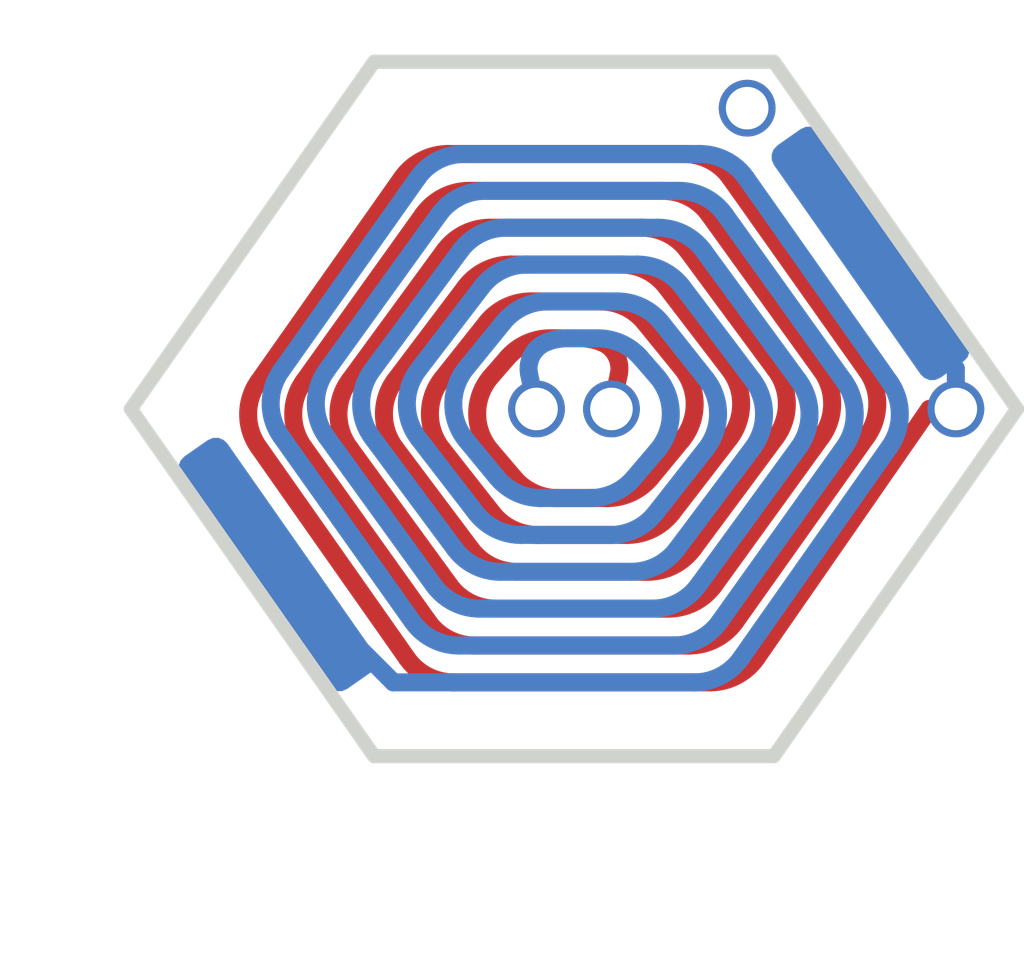
<source format=kicad_pcb>
(kicad_pcb (version 20221018) (generator pcbnew)
  (layers (0 "F.Cu" signal) (1 "In1.Cu" signal) (2 "In2.Cu" signal) (31 "B.Cu" signal) (34 "B.Paste" user) (35 "F.Paste" user) (36 "B.SilkS" user "B.Silkscreen") (37 "F.SilkS" user "F.Silkscreen") (38 "B.Mask" user) (39 "F.Mask" user) (44 "Edge.Cuts" user))
  (net 0 "")
  (net 1 "Net-(J1-Pin_1)")
  (footprint "Touchstone:PEST_Tile" (layer "F.Cu") (at 0 0 -55)
    (fp_text reference "REF**" hide)
    (fp_text value "PEST_Tile")
    (pad "1" smd roundrect (at 0.3 -2.34 305) (size 2 0.4) (layers "B.Cu" "B.Paste" "B.Mask") (net 1 "Net-(J1-Pin_1)"))
    (pad "2" smd roundrect (at -0.3 2.34 305) (size 2 0.4) (layers "B.Cu" "B.Paste" "B.Mask") (net 1 "Net-(J1-Pin_1)"))
  )
  (gr_line (start 1.408179 2.447) (end -1.408179 2.447) (stroke (width 0.1)) (layer "Edge.Cuts"))
  (gr_line (start -1.408179 2.447) (end -3.121587 0) (stroke (width 0.1)) (layer "Edge.Cuts"))
  (gr_line (start -3.121587 0) (end -1.408179 -2.447) (stroke (width 0.1)) (layer "Edge.Cuts"))
  (gr_line (start 1.408179 -2.447) (end 3.121587 0) (stroke (width 0.1)) (layer "Edge.Cuts"))
  (gr_line (start 3.121587 0) (end 1.408179 2.447) (stroke (width 0.1)) (layer "Edge.Cuts"))
  (gr_line (start -1.408179 -2.447) (end 1.408179 -2.447) (stroke (width 0.1)) (layer "Edge.Cuts"))
  (segment (start 0.186928 -0.757772) (end -0.303593 -0.757772) (width 0.127) (layer "F.Cu") (net 1))
  (segment (start -0.259007 0.887676) (end 0.374247 0.887676) (width 0.127) (layer "F.Cu") (net 1))
  (segment (start -0.765201 -0.858511) (end -1.258099 -0.205286) (width 0.127) (layer "F.Cu") (net 1))
  (segment (start -0.115904 0.627868) (end 0.234467 0.627868) (width 0.127) (layer "F.Cu") (net 1))
  (segment (start 0.774858 -1.797003) (end -0.885394 -1.797003) (width 0.127) (layer "F.Cu") (net 1))
  (segment (start 0.69099 0.731958) (end 1.094195 0.209152) (width 0.127) (layer "F.Cu") (net 1))
  (segment (start 0.988534 1.241539) (end 1.742858 0.197439) (width 0.127) (layer "F.Cu") (net 1))
  (segment (start -0.469734 -0.360383) (end -0.583691 -0.229287) (width 0.127) (layer "F.Cu") (net 1))
  (segment (start 0.760556 -0.286089) (end 0.497376 -0.610007) (width 0.127) (layer "F.Cu") (net 1))
  (segment (start 0.478584 -1.277387) (end -0.591088 -1.277387) (width 0.127) (layer "F.Cu") (net 1))
  (segment (start 0.046604 -0.497965) (end -0.167846 -0.497965) (width 0.127) (layer "F.Cu") (net 1))
  (segment (start -0.700581 1.667099) (end 0.811505 1.667099) (width 0.127) (layer "F.Cu") (net 1))
  (segment (start 0.331772 -1.01758) (end -0.445901 -1.01758) (width 0.127) (layer "F.Cu") (net 1))
  (segment (start -0.929419 0.281561) (end -0.573613 0.734704) (width 0.127) (layer "F.Cu") (net 1))
  (segment (start -0.61696 -0.60637) (end -0.92818 -0.214065) (width 0.127) (layer "F.Cu") (net 1))
  (segment (start 1.743247 -0.270516) (end 0.951045 -1.370902) (width 0.127) (layer "F.Cu") (net 1))
  (segment (start -0.849229 1.926907) (end 0.958062 1.926907) (width 0.127) (layer "F.Cu") (net 1))
  (segment (start 2.503 0) (end 2.69 0) (width 0.127) (layer "F.Cu") (net 1))
  (segment (start 0.626421 -1.537195) (end -0.737792 -1.537195) (width 0.127) (layer "F.Cu") (net 1))
  (segment (start 1.095122 -0.278206) (end 0.649442 -0.860655) (width 0.127) (layer "F.Cu") (net 1))
  (segment (start 0.315386 -0.24269) (end 0.264 0) (width 0.127) (layer "F.Cu") (net 1))
  (segment (start 1.421164 -0.273568) (end 0.80046 -1.114865) (width 0.127) (layer "F.Cu") (net 1))
  (segment (start -1.582555 0.271899) (end -0.875789 1.242716) (width 0.127) (layer "F.Cu") (net 1))
  (segment (start -2.222617 0.267497) (end -1.176556 1.756813) (width 0.127) (layer "F.Cu") (net 1))
  (segment (start -0.552408 1.407291) (end 0.664299 1.407291) (width 0.127) (layer "F.Cu") (net 1))
  (segment (start -1.258819 0.27562) (end -0.725029 0.987458) (width 0.127) (layer "F.Cu") (net 1))
  (segment (start 1.137783 1.498492) (end 2.062894 0.194033) (width 0.127) (layer "F.Cu") (net 1))
  (segment (start -1.212477 -1.627256) (end -2.222373 -0.192663) (width 0.127) (layer "F.Cu") (net 1))
  (segment (start 0.839548 0.985738) (end 1.420589 0.202164) (width 0.127) (layer "F.Cu") (net 1))
  (segment (start -1.063132 -1.369905) (end -1.903085 -0.195608) (width 0.127) (layer "F.Cu") (net 1))
  (segment (start -0.914 -1.113455) (end -1.582086 -0.199593) (width 0.127) (layer "F.Cu") (net 1))
  (segment (start 0.543177 0.482226) (end 0.758819 0.220504) (width 0.127) (layer "F.Cu") (net 1))
  (segment (start 1.286821 1.754761) (end 2.503 0) (width 0.127) (layer "F.Cu") (net 1))
  (segment (start -0.40501 1.147484) (end 0.518246 1.147484) (width 0.127) (layer "F.Cu") (net 1))
  (segment (start 2.063175 -0.268356) (end 1.101418 -1.627998) (width 0.127) (layer "F.Cu") (net 1))
  (segment (start -1.903414 0.269351) (end -1.026251 1.499348) (width 0.127) (layer "F.Cu") (net 1))
  (segment (start -0.586291 0.292529) (end -0.420392 0.487266) (width 0.127) (layer "F.Cu") (net 1))
  (via (at -0.264 0) (size 0.4) (drill 0.3) (layers "F.Cu" "B.Cu") (net 1))
  (via (at 2.69 0) (size 0.4) (drill 0.3) (layers "F.Cu" "B.Cu") (net 1))
  (via (at 1.22 -2.12) (size 0.4) (drill 0.3) (layers "F.Cu" "B.Cu") (net 1))
  (via (at 0.264 0) (size 0.4) (drill 0.3) (layers "F.Cu" "B.Cu") (net 1))
  (arc (start 0.543177 0.482226) (mid 0.405138 0.589632) (end 0.234467 0.627868) (width 0.127) (layer "F.Cu") (net 1))
  (arc (start -2.222617 0.267497) (mid -2.295291 0.03738) (end -2.222373 -0.192663) (width 0.127) (layer "F.Cu") (net 1))
  (arc (start -1.212477 -1.627256) (mid -1.069646 -1.75203) (end -0.885394 -1.797003) (width 0.127) (layer "F.Cu") (net 1))
  (arc (start -0.914 -1.113455) (mid -0.772158 -1.234052) (end -0.591088 -1.277387) (width 0.127) (layer "F.Cu") (net 1))
  (arc (start -0.61696 -0.60637) (mid -0.477606 -0.717938) (end -0.303593 -0.757772) (width 0.127) (layer "F.Cu") (net 1))
  (arc (start -0.115904 0.627868) (mid -0.283597 0.591023) (end -0.420392 0.487266) (width 0.127) (layer "F.Cu") (net 1))
  (arc (start 0.988534 1.241539) (mid 0.846374 1.363458) (end 0.664299 1.407291) (width 0.127) (layer "F.Cu") (net 1))
  (arc (start 0.626421 -1.537195) (mid 0.808778 -1.493188) (end 0.951045 -1.370902) (width 0.127) (layer "F.Cu") (net 1))
  (arc (start 0.331772 -1.01758) (mid 0.508931 -0.976212) (end 0.649442 -0.860655) (width 0.127) (layer "F.Cu") (net 1))
  (arc (start 0.192844 -0.470273) (mid 0.295806 -0.378932) (end 0.315386 -0.24269) (width 0.127) (layer "F.Cu") (net 1))
  (arc (start 1.286821 1.754761) (mid 1.14361 1.881256) (end 0.958062 1.926907) (width 0.127) (layer "F.Cu") (net 1))
  (arc (start 1.137783 1.498492) (mid 0.99514 1.622463) (end 0.811505 1.667099) (width 0.127) (layer "F.Cu") (net 1))
  (arc (start -0.40501 1.147484) (mid -0.583911 1.105249) (end -0.725029 0.987458) (width 0.127) (layer "F.Cu") (net 1))
  (arc (start -0.586291 0.292529) (mid -0.681824 0.03113) (end -0.583691 -0.229287) (width 0.127) (layer "F.Cu") (net 1))
  (arc (start 2.063175 -0.268356) (mid 2.136585 -0.037125) (end 2.062894 0.194033) (width 0.127) (layer "F.Cu") (net 1))
  (arc (start 0.839548 0.985738) (mid 0.698103 1.104757) (end 0.518246 1.147484) (width 0.127) (layer "F.Cu") (net 1))
  (arc (start -1.258819 0.27562) (mid -1.338832 0.035037) (end -1.258099 -0.205286) (width 0.127) (layer "F.Cu") (net 1))
  (arc (start 1.095122 -0.278206) (mid 1.177474 -0.034364) (end 1.094195 0.209152) (width 0.127) (layer "F.Cu") (net 1))
  (arc (start 0.186928 -0.757772) (mid 0.358824 -0.718928) (end 0.497376 -0.610007) (width 0.127) (layer "F.Cu") (net 1))
  (arc (start 0.046604 -0.497965) (mid 0.121023 -0.490978) (end 0.192844 -0.470273) (width 0.127) (layer "F.Cu") (net 1))
  (arc (start -0.552408 1.407291) (mid -0.733835 1.363784) (end -0.875789 1.242716) (width 0.127) (layer "F.Cu") (net 1))
  (arc (start -0.929419 0.281561) (mid -1.014835 0.033525) (end -0.92818 -0.214065) (width 0.127) (layer "F.Cu") (net 1))
  (arc (start -1.582555 0.271899) (mid -1.659169 0.036081) (end -1.582086 -0.199593) (width 0.127) (layer "F.Cu") (net 1))
  (arc (start 1.743247 -0.270516) (mid 1.818618 -0.036475) (end 1.742858 0.197439) (width 0.127) (layer "F.Cu") (net 1))
  (arc (start 0.760556 -0.286089) (mid 0.85007 -0.032494) (end 0.758819 0.220504) (width 0.127) (layer "F.Cu") (net 1))
  (arc (start 0.69099 0.731958) (mid 0.550722 0.846635) (end 0.374247 0.887676) (width 0.127) (layer "F.Cu") (net 1))
  (arc (start -0.849229 1.926907) (mid -1.033668 1.881842) (end -1.176556 1.756813) (width 0.127) (layer "F.Cu") (net 1))
  (arc (start -1.903414 0.269351) (mid -1.977742 0.036818) (end -1.903085 -0.195608) (width 0.127) (layer "F.Cu") (net 1))
  (arc (start 1.421164 -0.273568) (mid 1.499279 -0.03561) (end 1.420589 0.202164) (width 0.127) (layer "F.Cu") (net 1))
  (arc (start -0.259007 0.887676) (mid -0.43392 0.847408) (end -0.573613 0.734704) (width 0.127) (layer "F.Cu") (net 1))
  (arc (start -0.469734 -0.360383) (mid -0.333731 -0.461967) (end -0.167846 -0.497965) (width 0.127) (layer "F.Cu") (net 1))
  (arc (start -0.700581 1.667099) (mid -0.883759 1.62271) (end -1.026251 1.499348) (width 0.127) (layer "F.Cu") (net 1))
  (arc (start -0.765201 -0.858511) (mid -0.624266 -0.975612) (end -0.445901 -1.01758) (width 0.127) (layer "F.Cu") (net 1))
  (arc (start -1.063132 -1.369905) (mid -0.920706 -1.492916) (end -0.737792 -1.537195) (width 0.127) (layer "F.Cu") (net 1))
  (arc (start 0.478584 -1.277387) (mid 0.658872 -1.234451) (end 0.80046 -1.114865) (width 0.127) (layer "F.Cu") (net 1))
  (arc (start 0.774858 -1.797003) (mid 0.958716 -1.752257) (end 1.101418 -1.627998) (width 0.127) (layer "F.Cu") (net 1))
  (segment (start 1.903414 0.269351) (end 1.026251 1.499348) (width 0.127) (layer "B.Cu") (net 1))
  (segment (start -2.063175 -0.268356) (end -1.101418 -1.627998) (width 0.127) (layer "B.Cu") (net 1))
  (segment (start 1.212477 -1.627256) (end 2.222373 -0.192663) (width 0.127) (layer "B.Cu") (net 1))
  (segment (start 2.69 -0.284244) (end 2.164493 -1.034746) (width 0.127) (layer "B.Cu") (net 1))
  (segment (start 0.115904 0.627868) (end -0.234467 0.627868) (width 0.127) (layer "B.Cu") (net 1))
  (segment (start 1.063132 -1.369905) (end 1.903085 -0.195608) (width 0.127) (layer "B.Cu") (net 1))
  (segment (start -0.774858 -1.797003) (end 0.885394 -1.797003) (width 0.127) (layer "B.Cu") (net 1))
  (segment (start -0.839548 0.985738) (end -1.420589 0.202164) (width 0.127) (layer "B.Cu") (net 1))
  (segment (start 2.69 0) (end 2.69 -0.284244) (width 0.127) (layer "B.Cu") (net 1))
  (segment (start -0.478584 -1.277388) (end 0.591088 -1.277388) (width 0.127) (layer "B.Cu") (net 1))
  (segment (start 1.582555 0.271899) (end 0.875789 1.242716) (width 0.127) (layer "B.Cu") (net 1))
  (segment (start -1.743247 -0.270516) (end -0.951045 -1.370902) (width 0.127) (layer "B.Cu") (net 1))
  (segment (start 0.914 -1.113455) (end 1.582086 -0.199593) (width 0.127) (layer "B.Cu") (net 1))
  (segment (start -1.137783 1.498492) (end -2.062894 0.194033) (width 0.127) (layer "B.Cu") (net 1))
  (segment (start -1.095122 -0.278206) (end -0.649442 -0.860655) (width 0.127) (layer "B.Cu") (net 1))
  (segment (start -1.273094 1.926145) (end -2.09708 1.102159) (width 0.127) (layer "B.Cu") (net 1))
  (segment (start 2.164493 -1.034746) (end 2.09708 -1.102159) (width 0.127) (layer "B.Cu") (net 1))
  (segment (start -0.988534 1.241539) (end -1.742858 0.197439) (width 0.127) (layer "B.Cu") (net 1))
  (segment (start 0.929419 0.281561) (end 0.573613 0.734704) (width 0.127) (layer "B.Cu") (net 1))
  (segment (start -0.626421 -1.537195) (end 0.737792 -1.537195) (width 0.127) (layer "B.Cu") (net 1))
  (segment (start 0.259007 0.887676) (end -0.374247 0.887676) (width 0.127) (layer "B.Cu") (net 1))
  (segment (start -0.264 0) (end -0.315386 -0.24269) (width 0.127) (layer "B.Cu") (net 1))
  (segment (start -0.760556 -0.286089) (end -0.497376 -0.610007) (width 0.127) (layer "B.Cu") (net 1))
  (segment (start 2.222617 0.267497) (end 1.176556 1.756813) (width 0.127) (layer "B.Cu") (net 1))
  (segment (start -0.186928 -0.757772) (end 0.303593 -0.757772) (width 0.127) (layer "B.Cu") (net 1))
  (segment (start 0.469734 -0.360383) (end 0.583691 -0.229287) (width 0.127) (layer "B.Cu") (net 1))
  (segment (start -1.273094 1.926906) (end -1.273094 1.926145) (width 0.127) (layer "B.Cu") (net 1))
  (segment (start 0.552408 1.407291) (end -0.664299 1.407291) (width 0.127) (layer "B.Cu") (net 1))
  (segment (start -0.046604 -0.497965) (end 0.167846 -0.497965) (width 0.127) (layer "B.Cu") (net 1))
  (segment (start -0.331772 -1.01758) (end 0.445901 -1.01758) (width 0.127) (layer "B.Cu") (net 1))
  (segment (start 1.258819 0.27562) (end 0.725029 0.987458) (width 0.127) (layer "B.Cu") (net 1))
  (segment (start 0.40501 1.147484) (end -0.518246 1.147484) (width 0.127) (layer "B.Cu") (net 1))
  (segment (start 0.765201 -0.858511) (end 1.258099 -0.205286) (width 0.127) (layer "B.Cu") (net 1))
  (segment (start 0.586291 0.292529) (end 0.420392 0.487266) (width 0.127) (layer "B.Cu") (net 1))
  (segment (start -0.69099 0.731958) (end -1.094195 0.209152) (width 0.127) (layer "B.Cu") (net 1))
  (segment (start 0.61696 -0.60637) (end 0.92818 -0.214065) (width 0.127) (layer "B.Cu") (net 1))
  (segment (start 0.700581 1.667099) (end -0.811505 1.667099) (width 0.127) (layer "B.Cu") (net 1))
  (segment (start -0.543177 0.482226) (end -0.758819 0.220504) (width 0.127) (layer "B.Cu") (net 1))
  (segment (start -1.421164 -0.273568) (end -0.80046 -1.114865) (width 0.127) (layer "B.Cu") (net 1))
  (segment (start 0.849229 1.926906) (end -1.273094 1.926906) (width 0.127) (layer "B.Cu") (net 1))
  (arc (start 0.725029 0.987458) (mid 0.583905 1.105231) (end 0.40501 1.147484) (width 0.127) (layer "B.Cu") (net 1))
  (arc (start 0.420392 0.487266) (mid 0.283592 0.591007) (end 0.115904 0.627868) (width 0.127) (layer "B.Cu") (net 1))
  (arc (start -1.101418 -1.627998) (mid -0.958703 -1.752228) (end -0.774858 -1.797003) (width 0.127) (layer "B.Cu") (net 1))
  (arc (start 1.176556 1.756813) (mid 1.033675 1.881858) (end 0.849229 1.926906) (width 0.127) (layer "B.Cu") (net 1))
  (arc (start 0.885394 -1.797003) (mid 1.069661 -1.752054) (end 1.212477 -1.627256) (width 0.127) (layer "B.Cu") (net 1))
  (arc (start -2.062894 0.194033) (mid -2.136606 -0.037116) (end -2.063175 -0.268356) (width 0.127) (layer "B.Cu") (net 1))
  (arc (start -0.811505 1.667099) (mid -0.995135 1.622449) (end -1.137783 1.498492) (width 0.127) (layer "B.Cu") (net 1))
  (arc (start 0.583691 -0.229287) (mid 0.681811 0.031142) (end 0.586291 0.292529) (width 0.127) (layer "B.Cu") (net 1))
  (arc (start -0.80046 -1.114865) (mid -0.658872 -1.234447) (end -0.478584 -1.277388) (width 0.127) (layer "B.Cu") (net 1))
  (arc (start -0.518246 1.147484) (mid -0.698117 1.10478) (end -0.839548 0.985738) (width 0.127) (layer "B.Cu") (net 1))
  (arc (start 0.92818 -0.214065) (mid 1.014821 0.033535) (end 0.929419 0.281561) (width 0.127) (layer "B.Cu") (net 1))
  (arc (start 0.167846 -0.497965) (mid 0.333722 -0.461941) (end 0.469734 -0.360383) (width 0.127) (layer "B.Cu") (net 1))
  (arc (start 2.222373 -0.192663) (mid 2.29527 0.03737) (end 2.222617 0.267497) (width 0.127) (layer "B.Cu") (net 1))
  (arc (start -0.758819 0.220504) (mid -0.8501 -0.032483) (end -0.760556 -0.286089) (width 0.127) (layer "B.Cu") (net 1))
  (arc (start -0.374247 0.887676) (mid -0.550733 0.846654) (end -0.69099 0.731958) (width 0.127) (layer "B.Cu") (net 1))
  (arc (start 1.026251 1.499348) (mid 0.88375 1.622695) (end 0.700581 1.667099) (width 0.127) (layer "B.Cu") (net 1))
  (arc (start 0.875789 1.242716) (mid 0.733827 1.363761) (end 0.552408 1.407291) (width 0.127) (layer "B.Cu") (net 1))
  (arc (start 0.303593 -0.757772) (mid 0.477616 -0.717951) (end 0.61696 -0.60637) (width 0.127) (layer "B.Cu") (net 1))
  (arc (start -0.649442 -0.860655) (mid -0.508928 -0.976201) (end -0.331772 -1.01758) (width 0.127) (layer "B.Cu") (net 1))
  (arc (start 0.737792 -1.537195) (mid 0.920721 -1.492937) (end 1.063132 -1.369905) (width 0.127) (layer "B.Cu") (net 1))
  (arc (start 1.258099 -0.205286) (mid 1.338803 0.035046) (end 1.258819 0.27562) (width 0.127) (layer "B.Cu") (net 1))
  (arc (start -0.664299 1.407291) (mid -0.846369 1.363445) (end -0.988534 1.241539) (width 0.127) (layer "B.Cu") (net 1))
  (arc (start 1.582086 -0.199593) (mid 1.659166 0.036071) (end 1.582555 0.271899) (width 0.127) (layer "B.Cu") (net 1))
  (arc (start -0.497376 -0.610007) (mid -0.358834 -0.718926) (end -0.186928 -0.757772) (width 0.127) (layer "B.Cu") (net 1))
  (arc (start -1.094195 0.209152) (mid -1.177472 -0.034375) (end -1.095122 -0.278206) (width 0.127) (layer "B.Cu") (net 1))
  (arc (start 0.573613 0.734704) (mid 0.433915 0.847391) (end 0.259007 0.887676) (width 0.127) (layer "B.Cu") (net 1))
  (arc (start -0.234467 0.627868) (mid -0.405141 0.589634) (end -0.543177 0.482226) (width 0.127) (layer "B.Cu") (net 1))
  (arc (start 1.903085 -0.195608) (mid 1.977766 0.036827) (end 1.903414 0.269351) (width 0.127) (layer "B.Cu") (net 1))
  (arc (start -0.315386 -0.24269) (mid -0.295836 -0.378948) (end -0.192844 -0.470273) (width 0.127) (layer "B.Cu") (net 1))
  (arc (start -0.951045 -1.370902) (mid -0.808792 -1.493201) (end -0.626421 -1.537195) (width 0.127) (layer "B.Cu") (net 1))
  (arc (start 0.591088 -1.277388) (mid 0.772172 -1.234074) (end 0.914 -1.113455) (width 0.127) (layer "B.Cu") (net 1))
  (arc (start -1.420589 0.202164) (mid -1.499264 -0.0356) (end -1.421164 -0.273568) (width 0.127) (layer "B.Cu") (net 1))
  (arc (start 0.445901 -1.01758) (mid 0.624274 -0.975621) (end 0.765201 -0.858511) (width 0.127) (layer "B.Cu") (net 1))
  (arc (start -0.192844 -0.470273) (mid -0.121024 -0.49099) (end -0.046604 -0.497965) (width 0.127) (layer "B.Cu") (net 1))
  (arc (start -1.742858 0.197439) (mid -1.818642 -0.036485) (end -1.743247 -0.270516) (width 0.127) (layer "B.Cu") (net 1))
)
</source>
